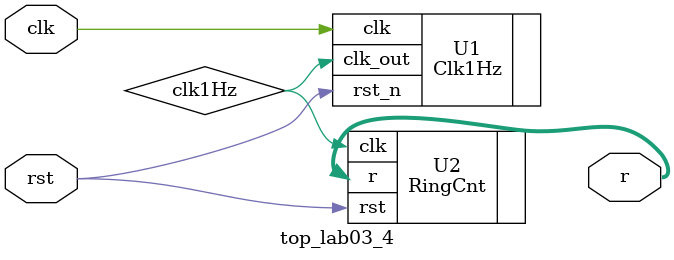
<source format=v>
`timescale 1ns / 1ps


module top_lab03_4(clk, rst, r);
input clk;
input rst;
output [7:0]r;
wire clk1Hz;

Clk1Hz U1(.clk(clk), .rst_n(rst), .clk_out(clk1Hz));
RingCnt U2(.clk(clk1Hz), .rst(rst), .r(r));


endmodule

</source>
